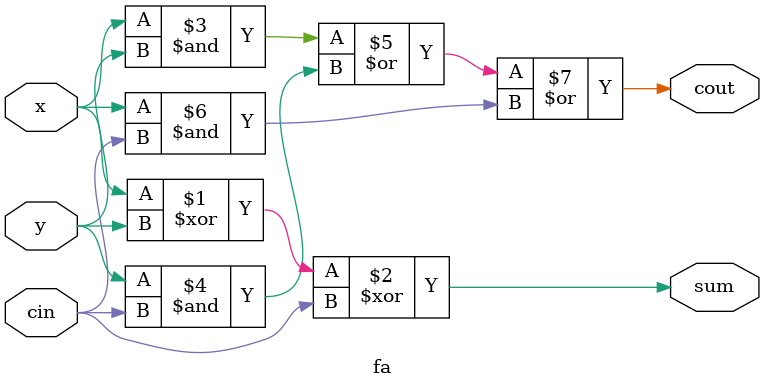
<source format=v>
module top_module (
    input [3:0] x,    
    input [3:0] y,   
    output [4:0] sum  
);
    wire [3:0] cout; 

    // Instantiate 4 full adders in a ripple-carry chain
    fa fa1( .x(x[0]), .y(y[0]), .cin(1'b0), .sum(sum[0]), .cout(cout[0]) );
    fa fa2( .x(x[1]), .y(y[1]), .cin(cout[0]), .sum(sum[1]), .cout(cout[1]) );
    fa fa3( .x(x[2]), .y(y[2]), .cin(cout[1]), .sum(sum[2]), .cout(cout[2]) );
    fa fa4( .x(x[3]), .y(y[3]), .cin(cout[2]), .sum(sum[3]), .cout(sum[4]) );
endmodule

module fa(
    input x, y, cin,   
    output cout, sum   
);
    assign sum = x ^ y ^ cin;                    
    assign cout = (x & y) | (y & cin) | (x & cin); 
endmodule

</source>
